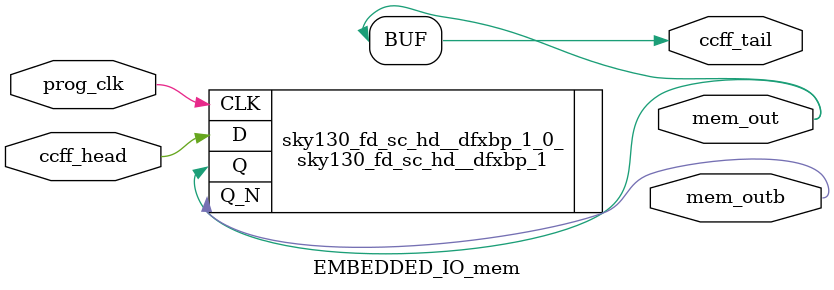
<source format=v>
`timescale 1ns / 1ps

module mux_tree_tapbuf_size10_mem(prog_clk,
                                  ccff_head,
                                  ccff_tail,
                                  mem_out,
                                  mem_outb);
//
input [0:0] prog_clk;
//
input [0:0] ccff_head;
//
output [0:0] ccff_tail;
//
output [0:3] mem_out;
//
output [0:3] mem_outb;

//
//


//
//



//
//
//
	assign ccff_tail[0] = mem_out[3];
//

	sky130_fd_sc_hd__dfxbp_1 sky130_fd_sc_hd__dfxbp_1_0_ (
		.CLK(prog_clk[0]),
		.D(ccff_head[0]),
		.Q(mem_out[0]),
		.Q_N(mem_outb[0]));

	sky130_fd_sc_hd__dfxbp_1 sky130_fd_sc_hd__dfxbp_1_1_ (
		.CLK(prog_clk[0]),
		.D(mem_out[0]),
		.Q(mem_out[1]),
		.Q_N(mem_outb[1]));

	sky130_fd_sc_hd__dfxbp_1 sky130_fd_sc_hd__dfxbp_1_2_ (
		.CLK(prog_clk[0]),
		.D(mem_out[1]),
		.Q(mem_out[2]),
		.Q_N(mem_outb[2]));

	sky130_fd_sc_hd__dfxbp_1 sky130_fd_sc_hd__dfxbp_1_3_ (
		.CLK(prog_clk[0]),
		.D(mem_out[2]),
		.Q(mem_out[3]),
		.Q_N(mem_outb[3]));

endmodule
//



//
module mux_tree_tapbuf_size8_mem(prog_clk,
                                 ccff_head,
                                 ccff_tail,
                                 mem_out,
                                 mem_outb);
//
input [0:0] prog_clk;
//
input [0:0] ccff_head;
//
output [0:0] ccff_tail;
//
output [0:3] mem_out;
//
output [0:3] mem_outb;

//
//


//
//



//
//
//
	assign ccff_tail[0] = mem_out[3];
//

	sky130_fd_sc_hd__dfxbp_1 sky130_fd_sc_hd__dfxbp_1_0_ (
		.CLK(prog_clk[0]),
		.D(ccff_head[0]),
		.Q(mem_out[0]),
		.Q_N(mem_outb[0]));

	sky130_fd_sc_hd__dfxbp_1 sky130_fd_sc_hd__dfxbp_1_1_ (
		.CLK(prog_clk[0]),
		.D(mem_out[0]),
		.Q(mem_out[1]),
		.Q_N(mem_outb[1]));

	sky130_fd_sc_hd__dfxbp_1 sky130_fd_sc_hd__dfxbp_1_2_ (
		.CLK(prog_clk[0]),
		.D(mem_out[1]),
		.Q(mem_out[2]),
		.Q_N(mem_outb[2]));

	sky130_fd_sc_hd__dfxbp_1 sky130_fd_sc_hd__dfxbp_1_3_ (
		.CLK(prog_clk[0]),
		.D(mem_out[2]),
		.Q(mem_out[3]),
		.Q_N(mem_outb[3]));

endmodule
//



//
module mux_tree_tapbuf_size4_mem(prog_clk,
                                 ccff_head,
                                 ccff_tail,
                                 mem_out,
                                 mem_outb);
//
input [0:0] prog_clk;
//
input [0:0] ccff_head;
//
output [0:0] ccff_tail;
//
output [0:2] mem_out;
//
output [0:2] mem_outb;

//
//


//
//



//
//
//
	assign ccff_tail[0] = mem_out[2];
//

	sky130_fd_sc_hd__dfxbp_1 sky130_fd_sc_hd__dfxbp_1_0_ (
		.CLK(prog_clk[0]),
		.D(ccff_head[0]),
		.Q(mem_out[0]),
		.Q_N(mem_outb[0]));

	sky130_fd_sc_hd__dfxbp_1 sky130_fd_sc_hd__dfxbp_1_1_ (
		.CLK(prog_clk[0]),
		.D(mem_out[0]),
		.Q(mem_out[1]),
		.Q_N(mem_outb[1]));

	sky130_fd_sc_hd__dfxbp_1 sky130_fd_sc_hd__dfxbp_1_2_ (
		.CLK(prog_clk[0]),
		.D(mem_out[1]),
		.Q(mem_out[2]),
		.Q_N(mem_outb[2]));

endmodule
//



//
module mux_tree_tapbuf_size7_mem(prog_clk,
                                 ccff_head,
                                 ccff_tail,
                                 mem_out,
                                 mem_outb);
//
input [0:0] prog_clk;
//
input [0:0] ccff_head;
//
output [0:0] ccff_tail;
//
output [0:2] mem_out;
//
output [0:2] mem_outb;

//
//


//
//



//
//
//
	assign ccff_tail[0] = mem_out[2];
//

	sky130_fd_sc_hd__dfxbp_1 sky130_fd_sc_hd__dfxbp_1_0_ (
		.CLK(prog_clk[0]),
		.D(ccff_head[0]),
		.Q(mem_out[0]),
		.Q_N(mem_outb[0]));

	sky130_fd_sc_hd__dfxbp_1 sky130_fd_sc_hd__dfxbp_1_1_ (
		.CLK(prog_clk[0]),
		.D(mem_out[0]),
		.Q(mem_out[1]),
		.Q_N(mem_outb[1]));

	sky130_fd_sc_hd__dfxbp_1 sky130_fd_sc_hd__dfxbp_1_2_ (
		.CLK(prog_clk[0]),
		.D(mem_out[1]),
		.Q(mem_out[2]),
		.Q_N(mem_outb[2]));

endmodule
//



//
module mux_tree_tapbuf_size11_mem(prog_clk,
                                  ccff_head,
                                  ccff_tail,
                                  mem_out,
                                  mem_outb);
//
input [0:0] prog_clk;
//
input [0:0] ccff_head;
//
output [0:0] ccff_tail;
//
output [0:3] mem_out;
//
output [0:3] mem_outb;

//
//


//
//



//
//
//
	assign ccff_tail[0] = mem_out[3];
//

	sky130_fd_sc_hd__dfxbp_1 sky130_fd_sc_hd__dfxbp_1_0_ (
		.CLK(prog_clk[0]),
		.D(ccff_head[0]),
		.Q(mem_out[0]),
		.Q_N(mem_outb[0]));

	sky130_fd_sc_hd__dfxbp_1 sky130_fd_sc_hd__dfxbp_1_1_ (
		.CLK(prog_clk[0]),
		.D(mem_out[0]),
		.Q(mem_out[1]),
		.Q_N(mem_outb[1]));

	sky130_fd_sc_hd__dfxbp_1 sky130_fd_sc_hd__dfxbp_1_2_ (
		.CLK(prog_clk[0]),
		.D(mem_out[1]),
		.Q(mem_out[2]),
		.Q_N(mem_outb[2]));

	sky130_fd_sc_hd__dfxbp_1 sky130_fd_sc_hd__dfxbp_1_3_ (
		.CLK(prog_clk[0]),
		.D(mem_out[2]),
		.Q(mem_out[3]),
		.Q_N(mem_outb[3]));

endmodule
//



//
module mux_tree_tapbuf_size2_mem(prog_clk,
                                 ccff_head,
                                 ccff_tail,
                                 mem_out,
                                 mem_outb);
//
input [0:0] prog_clk;
//
input [0:0] ccff_head;
//
output [0:0] ccff_tail;
//
output [0:1] mem_out;
//
output [0:1] mem_outb;

//
//


//
//



//
//
//
	assign ccff_tail[0] = mem_out[1];
//

	sky130_fd_sc_hd__dfxbp_1 sky130_fd_sc_hd__dfxbp_1_0_ (
		.CLK(prog_clk[0]),
		.D(ccff_head[0]),
		.Q(mem_out[0]),
		.Q_N(mem_outb[0]));

	sky130_fd_sc_hd__dfxbp_1 sky130_fd_sc_hd__dfxbp_1_1_ (
		.CLK(prog_clk[0]),
		.D(mem_out[0]),
		.Q(mem_out[1]),
		.Q_N(mem_outb[1]));

endmodule
//



//
module mux_tree_tapbuf_size6_mem(prog_clk,
                                 ccff_head,
                                 ccff_tail,
                                 mem_out,
                                 mem_outb);
//
input [0:0] prog_clk;
//
input [0:0] ccff_head;
//
output [0:0] ccff_tail;
//
output [0:2] mem_out;
//
output [0:2] mem_outb;

//
//


//
//



//
//
//
	assign ccff_tail[0] = mem_out[2];
//

	sky130_fd_sc_hd__dfxbp_1 sky130_fd_sc_hd__dfxbp_1_0_ (
		.CLK(prog_clk[0]),
		.D(ccff_head[0]),
		.Q(mem_out[0]),
		.Q_N(mem_outb[0]));

	sky130_fd_sc_hd__dfxbp_1 sky130_fd_sc_hd__dfxbp_1_1_ (
		.CLK(prog_clk[0]),
		.D(mem_out[0]),
		.Q(mem_out[1]),
		.Q_N(mem_outb[1]));

	sky130_fd_sc_hd__dfxbp_1 sky130_fd_sc_hd__dfxbp_1_2_ (
		.CLK(prog_clk[0]),
		.D(mem_out[1]),
		.Q(mem_out[2]),
		.Q_N(mem_outb[2]));

endmodule
//



//
module mux_tree_tapbuf_size5_mem(prog_clk,
                                 ccff_head,
                                 ccff_tail,
                                 mem_out,
                                 mem_outb);
//
input [0:0] prog_clk;
//
input [0:0] ccff_head;
//
output [0:0] ccff_tail;
//
output [0:2] mem_out;
//
output [0:2] mem_outb;

//
//


//
//



//
//
//
	assign ccff_tail[0] = mem_out[2];
//

	sky130_fd_sc_hd__dfxbp_1 sky130_fd_sc_hd__dfxbp_1_0_ (
		.CLK(prog_clk[0]),
		.D(ccff_head[0]),
		.Q(mem_out[0]),
		.Q_N(mem_outb[0]));

	sky130_fd_sc_hd__dfxbp_1 sky130_fd_sc_hd__dfxbp_1_1_ (
		.CLK(prog_clk[0]),
		.D(mem_out[0]),
		.Q(mem_out[1]),
		.Q_N(mem_outb[1]));

	sky130_fd_sc_hd__dfxbp_1 sky130_fd_sc_hd__dfxbp_1_2_ (
		.CLK(prog_clk[0]),
		.D(mem_out[1]),
		.Q(mem_out[2]),
		.Q_N(mem_outb[2]));

endmodule
//



//
module mux_tree_tapbuf_size12_mem(prog_clk,
                                  ccff_head,
                                  ccff_tail,
                                  mem_out,
                                  mem_outb);
//
input [0:0] prog_clk;
//
input [0:0] ccff_head;
//
output [0:0] ccff_tail;
//
output [0:3] mem_out;
//
output [0:3] mem_outb;

//
//


//
//



//
//
//
	assign ccff_tail[0] = mem_out[3];
//

	sky130_fd_sc_hd__dfxbp_1 sky130_fd_sc_hd__dfxbp_1_0_ (
		.CLK(prog_clk[0]),
		.D(ccff_head[0]),
		.Q(mem_out[0]),
		.Q_N(mem_outb[0]));

	sky130_fd_sc_hd__dfxbp_1 sky130_fd_sc_hd__dfxbp_1_1_ (
		.CLK(prog_clk[0]),
		.D(mem_out[0]),
		.Q(mem_out[1]),
		.Q_N(mem_outb[1]));

	sky130_fd_sc_hd__dfxbp_1 sky130_fd_sc_hd__dfxbp_1_2_ (
		.CLK(prog_clk[0]),
		.D(mem_out[1]),
		.Q(mem_out[2]),
		.Q_N(mem_outb[2]));

	sky130_fd_sc_hd__dfxbp_1 sky130_fd_sc_hd__dfxbp_1_3_ (
		.CLK(prog_clk[0]),
		.D(mem_out[2]),
		.Q(mem_out[3]),
		.Q_N(mem_outb[3]));

endmodule
//



//
module mux_tree_tapbuf_size16_mem(prog_clk,
                                  ccff_head,
                                  ccff_tail,
                                  mem_out,
                                  mem_outb);
//
input [0:0] prog_clk;
//
input [0:0] ccff_head;
//
output [0:0] ccff_tail;
//
output [0:4] mem_out;
//
output [0:4] mem_outb;

//
//


//
//



//
//
//
	assign ccff_tail[0] = mem_out[4];
//

	sky130_fd_sc_hd__dfxbp_1 sky130_fd_sc_hd__dfxbp_1_0_ (
		.CLK(prog_clk[0]),
		.D(ccff_head[0]),
		.Q(mem_out[0]),
		.Q_N(mem_outb[0]));

	sky130_fd_sc_hd__dfxbp_1 sky130_fd_sc_hd__dfxbp_1_1_ (
		.CLK(prog_clk[0]),
		.D(mem_out[0]),
		.Q(mem_out[1]),
		.Q_N(mem_outb[1]));

	sky130_fd_sc_hd__dfxbp_1 sky130_fd_sc_hd__dfxbp_1_2_ (
		.CLK(prog_clk[0]),
		.D(mem_out[1]),
		.Q(mem_out[2]),
		.Q_N(mem_outb[2]));

	sky130_fd_sc_hd__dfxbp_1 sky130_fd_sc_hd__dfxbp_1_3_ (
		.CLK(prog_clk[0]),
		.D(mem_out[2]),
		.Q(mem_out[3]),
		.Q_N(mem_outb[3]));

	sky130_fd_sc_hd__dfxbp_1 sky130_fd_sc_hd__dfxbp_1_4_ (
		.CLK(prog_clk[0]),
		.D(mem_out[3]),
		.Q(mem_out[4]),
		.Q_N(mem_outb[4]));

endmodule
//



//
module mux_tree_tapbuf_size3_mem(prog_clk,
                                 ccff_head,
                                 ccff_tail,
                                 mem_out,
                                 mem_outb);
//
input [0:0] prog_clk;
//
input [0:0] ccff_head;
//
output [0:0] ccff_tail;
//
output [0:1] mem_out;
//
output [0:1] mem_outb;

//
//


//
//



//
//
//
	assign ccff_tail[0] = mem_out[1];
//

	sky130_fd_sc_hd__dfxbp_1 sky130_fd_sc_hd__dfxbp_1_0_ (
		.CLK(prog_clk[0]),
		.D(ccff_head[0]),
		.Q(mem_out[0]),
		.Q_N(mem_outb[0]));

	sky130_fd_sc_hd__dfxbp_1 sky130_fd_sc_hd__dfxbp_1_1_ (
		.CLK(prog_clk[0]),
		.D(mem_out[0]),
		.Q(mem_out[1]),
		.Q_N(mem_outb[1]));

endmodule
//



//
module mux_tree_tapbuf_size9_mem(prog_clk,
                                 ccff_head,
                                 ccff_tail,
                                 mem_out,
                                 mem_outb);
//
input [0:0] prog_clk;
//
input [0:0] ccff_head;
//
output [0:0] ccff_tail;
//
output [0:3] mem_out;
//
output [0:3] mem_outb;

//
//


//
//



//
//
//
	assign ccff_tail[0] = mem_out[3];
//

	sky130_fd_sc_hd__dfxbp_1 sky130_fd_sc_hd__dfxbp_1_0_ (
		.CLK(prog_clk[0]),
		.D(ccff_head[0]),
		.Q(mem_out[0]),
		.Q_N(mem_outb[0]));

	sky130_fd_sc_hd__dfxbp_1 sky130_fd_sc_hd__dfxbp_1_1_ (
		.CLK(prog_clk[0]),
		.D(mem_out[0]),
		.Q(mem_out[1]),
		.Q_N(mem_outb[1]));

	sky130_fd_sc_hd__dfxbp_1 sky130_fd_sc_hd__dfxbp_1_2_ (
		.CLK(prog_clk[0]),
		.D(mem_out[1]),
		.Q(mem_out[2]),
		.Q_N(mem_outb[2]));

	sky130_fd_sc_hd__dfxbp_1 sky130_fd_sc_hd__dfxbp_1_3_ (
		.CLK(prog_clk[0]),
		.D(mem_out[2]),
		.Q(mem_out[3]),
		.Q_N(mem_outb[3]));

endmodule
//



//
module mux_tree_tapbuf_size14_mem(prog_clk,
                                  ccff_head,
                                  ccff_tail,
                                  mem_out,
                                  mem_outb);
//
input [0:0] prog_clk;
//
input [0:0] ccff_head;
//
output [0:0] ccff_tail;
//
output [0:3] mem_out;
//
output [0:3] mem_outb;

//
//


//
//



//
//
//
	assign ccff_tail[0] = mem_out[3];
//

	sky130_fd_sc_hd__dfxbp_1 sky130_fd_sc_hd__dfxbp_1_0_ (
		.CLK(prog_clk[0]),
		.D(ccff_head[0]),
		.Q(mem_out[0]),
		.Q_N(mem_outb[0]));

	sky130_fd_sc_hd__dfxbp_1 sky130_fd_sc_hd__dfxbp_1_1_ (
		.CLK(prog_clk[0]),
		.D(mem_out[0]),
		.Q(mem_out[1]),
		.Q_N(mem_outb[1]));

	sky130_fd_sc_hd__dfxbp_1 sky130_fd_sc_hd__dfxbp_1_2_ (
		.CLK(prog_clk[0]),
		.D(mem_out[1]),
		.Q(mem_out[2]),
		.Q_N(mem_outb[2]));

	sky130_fd_sc_hd__dfxbp_1 sky130_fd_sc_hd__dfxbp_1_3_ (
		.CLK(prog_clk[0]),
		.D(mem_out[2]),
		.Q(mem_out[3]),
		.Q_N(mem_outb[3]));

endmodule
//



//
module mux_tree_size2_mem(prog_clk,
                          ccff_head,
                          ccff_tail,
                          mem_out,
                          mem_outb);
//
input [0:0] prog_clk;
//
input [0:0] ccff_head;
//
output [0:0] ccff_tail;
//
output [0:1] mem_out;
//
output [0:1] mem_outb;

//
//


//
//



//
//
//
	assign ccff_tail[0] = mem_out[1];
//

	sky130_fd_sc_hd__dfxbp_1 sky130_fd_sc_hd__dfxbp_1_0_ (
		.CLK(prog_clk[0]),
		.D(ccff_head[0]),
		.Q(mem_out[0]),
		.Q_N(mem_outb[0]));

	sky130_fd_sc_hd__dfxbp_1 sky130_fd_sc_hd__dfxbp_1_1_ (
		.CLK(prog_clk[0]),
		.D(mem_out[0]),
		.Q(mem_out[1]),
		.Q_N(mem_outb[1]));

endmodule
//



//
module frac_lut4_sky130_fd_sc_hd__dfxbp_1_mem(prog_clk,
                                              ccff_head,
                                              ccff_tail,
                                              mem_out,
                                              mem_outb);
//
input [0:0] prog_clk;
//
input [0:0] ccff_head;
//
output [0:0] ccff_tail;
//
output [0:16] mem_out;
//
output [0:16] mem_outb;

//
//


//
//



//
//
//
	assign ccff_tail[0] = mem_out[16];
//

	sky130_fd_sc_hd__dfxbp_1 sky130_fd_sc_hd__dfxbp_1_0_ (
		.CLK(prog_clk[0]),
		.D(ccff_head[0]),
		.Q(mem_out[0]),
		.Q_N(mem_outb[0]));

	sky130_fd_sc_hd__dfxbp_1 sky130_fd_sc_hd__dfxbp_1_1_ (
		.CLK(prog_clk[0]),
		.D(mem_out[0]),
		.Q(mem_out[1]),
		.Q_N(mem_outb[1]));

	sky130_fd_sc_hd__dfxbp_1 sky130_fd_sc_hd__dfxbp_1_2_ (
		.CLK(prog_clk[0]),
		.D(mem_out[1]),
		.Q(mem_out[2]),
		.Q_N(mem_outb[2]));

	sky130_fd_sc_hd__dfxbp_1 sky130_fd_sc_hd__dfxbp_1_3_ (
		.CLK(prog_clk[0]),
		.D(mem_out[2]),
		.Q(mem_out[3]),
		.Q_N(mem_outb[3]));

	sky130_fd_sc_hd__dfxbp_1 sky130_fd_sc_hd__dfxbp_1_4_ (
		.CLK(prog_clk[0]),
		.D(mem_out[3]),
		.Q(mem_out[4]),
		.Q_N(mem_outb[4]));

	sky130_fd_sc_hd__dfxbp_1 sky130_fd_sc_hd__dfxbp_1_5_ (
		.CLK(prog_clk[0]),
		.D(mem_out[4]),
		.Q(mem_out[5]),
		.Q_N(mem_outb[5]));

	sky130_fd_sc_hd__dfxbp_1 sky130_fd_sc_hd__dfxbp_1_6_ (
		.CLK(prog_clk[0]),
		.D(mem_out[5]),
		.Q(mem_out[6]),
		.Q_N(mem_outb[6]));

	sky130_fd_sc_hd__dfxbp_1 sky130_fd_sc_hd__dfxbp_1_7_ (
		.CLK(prog_clk[0]),
		.D(mem_out[6]),
		.Q(mem_out[7]),
		.Q_N(mem_outb[7]));

	sky130_fd_sc_hd__dfxbp_1 sky130_fd_sc_hd__dfxbp_1_8_ (
		.CLK(prog_clk[0]),
		.D(mem_out[7]),
		.Q(mem_out[8]),
		.Q_N(mem_outb[8]));

	sky130_fd_sc_hd__dfxbp_1 sky130_fd_sc_hd__dfxbp_1_9_ (
		.CLK(prog_clk[0]),
		.D(mem_out[8]),
		.Q(mem_out[9]),
		.Q_N(mem_outb[9]));

	sky130_fd_sc_hd__dfxbp_1 sky130_fd_sc_hd__dfxbp_1_10_ (
		.CLK(prog_clk[0]),
		.D(mem_out[9]),
		.Q(mem_out[10]),
		.Q_N(mem_outb[10]));

	sky130_fd_sc_hd__dfxbp_1 sky130_fd_sc_hd__dfxbp_1_11_ (
		.CLK(prog_clk[0]),
		.D(mem_out[10]),
		.Q(mem_out[11]),
		.Q_N(mem_outb[11]));

	sky130_fd_sc_hd__dfxbp_1 sky130_fd_sc_hd__dfxbp_1_12_ (
		.CLK(prog_clk[0]),
		.D(mem_out[11]),
		.Q(mem_out[12]),
		.Q_N(mem_outb[12]));

	sky130_fd_sc_hd__dfxbp_1 sky130_fd_sc_hd__dfxbp_1_13_ (
		.CLK(prog_clk[0]),
		.D(mem_out[12]),
		.Q(mem_out[13]),
		.Q_N(mem_outb[13]));

	sky130_fd_sc_hd__dfxbp_1 sky130_fd_sc_hd__dfxbp_1_14_ (
		.CLK(prog_clk[0]),
		.D(mem_out[13]),
		.Q(mem_out[14]),
		.Q_N(mem_outb[14]));

	sky130_fd_sc_hd__dfxbp_1 sky130_fd_sc_hd__dfxbp_1_15_ (
		.CLK(prog_clk[0]),
		.D(mem_out[14]),
		.Q(mem_out[15]),
		.Q_N(mem_outb[15]));

	sky130_fd_sc_hd__dfxbp_1 sky130_fd_sc_hd__dfxbp_1_16_ (
		.CLK(prog_clk[0]),
		.D(mem_out[15]),
		.Q(mem_out[16]),
		.Q_N(mem_outb[16]));

endmodule
//



//
module EMBEDDED_IO_mem(prog_clk,
                                                ccff_head,
                                                ccff_tail,
                                                mem_out,
                                                mem_outb);
//
input [0:0] prog_clk;
//
input [0:0] ccff_head;
//
output [0:0] ccff_tail;
//
output [0:0] mem_out;
//
output [0:0] mem_outb;

//
//


//
//



//
//
//
	assign ccff_tail[0] = mem_out[0];
//

	sky130_fd_sc_hd__dfxbp_1 sky130_fd_sc_hd__dfxbp_1_0_ (
		.CLK(prog_clk[0]),
		.D(ccff_head[0]),
		.Q(mem_out[0]),
		.Q_N(mem_outb[0]));

endmodule
//




</source>
